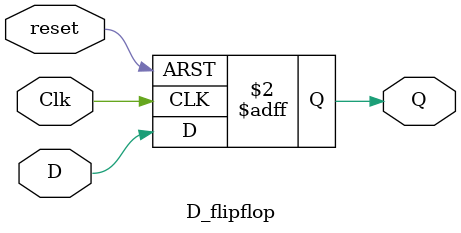
<source format=v>
`timescale 1ns / 1ps

/*
module task7(Clk, T, Q);
    input T, Clk;
    output  Q;
    
    

    
    T_flipflop t7(T, Clk,Q);

    

endmodule
*/
module task7(T, Clk, reset, out);
    input T, Clk, reset;
    output [7:0] out;
    //output Q_out;
    wire in0; wire in1; wire in2; wire in3; wire in4; wire in5; wire in6; wire in7;

    
    assign in7 = T ^ out[7];
    assign in6 = out[7] ^ out[6];
    assign in5 = out[6] ^ out[5];
    assign in4 = out[5] ^ out[4];
    assign in3 = out[4] ^ out[3];
    assign in2 = out[3] ^ out[2];
    assign in1 = out[2] ^ out[1];
    assign in0 = out[1] ^ out[0];
    
    
    D_flipflop tff0(in7,Clk,reset,out[7]);
    D_flipflop tff1(in6,Clk,reset,out[6]);
    D_flipflop tff2(in5,Clk,reset,out[5]);
    D_flipflop tff3(in4,Clk,reset,out[4]);
    D_flipflop tff4(in3,Clk,reset,out[3]);
    D_flipflop tff5(in2,Clk,reset,out[2]);
    D_flipflop tff6(in1,Clk,reset,out[1]);
    D_flipflop tff7(in0,Clk,reset,out[0]);
    
    
    
endmodule

module D_flipflop(D, Clk,reset, Q);
    input D, Clk, reset;
    output reg Q;
   // output reg Q_out;
    always @ ( posedge Clk or posedge reset)
    if(reset)
    begin 
        Q <=1'b0;
        //Q_out <= 1'b1;
   end
    else
    begin
        Q<=D;
        //Q_out <= ~D;
    end        
            
endmodule




</source>
